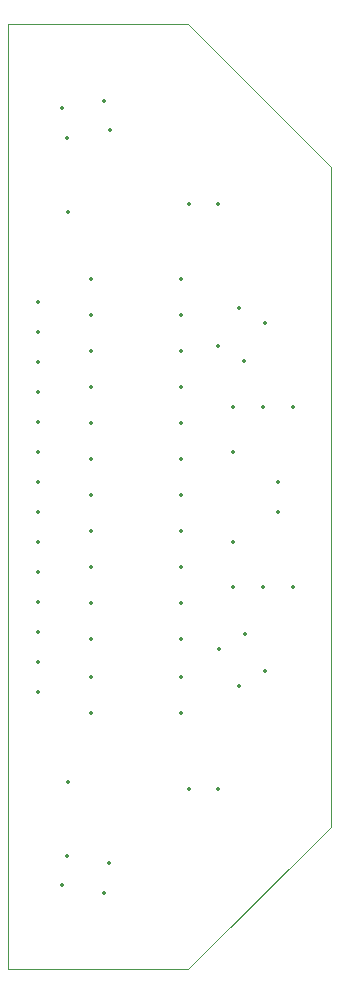
<source format=gbr>
G04 #@! TF.GenerationSoftware,KiCad,Pcbnew,9.0.1*
G04 #@! TF.CreationDate,2025-07-21T13:33:18+02:00*
G04 #@! TF.ProjectId,ukmarsbot-wall-sensor-advanced,756b6d61-7273-4626-9f74-2d77616c6c2d,rev?*
G04 #@! TF.SameCoordinates,Original*
G04 #@! TF.FileFunction,Profile,NP*
%FSLAX46Y46*%
G04 Gerber Fmt 4.6, Leading zero omitted, Abs format (unit mm)*
G04 Created by KiCad (PCBNEW 9.0.1) date 2025-07-21 13:33:18*
%MOMM*%
%LPD*%
G01*
G04 APERTURE LIST*
G04 #@! TA.AperFunction,Profile*
%ADD10C,0.050000*%
G04 #@! TD*
%ADD11C,0.350000*%
G04 APERTURE END LIST*
D10*
X139290000Y-145005000D02*
X139290000Y-64995000D01*
X166595000Y-132305000D02*
X166595000Y-132940000D01*
X166595000Y-132940000D02*
X154530000Y-145005000D01*
X154530000Y-145005000D02*
X139290000Y-145005000D01*
X166595000Y-77060000D02*
X166595000Y-132305000D01*
X154530000Y-64995000D02*
X166595000Y-77060000D01*
X139290000Y-64995000D02*
X154530000Y-64995000D01*
D11*
X144370000Y-129130000D03*
X159200000Y-93500000D03*
X157000295Y-92230000D03*
X144277127Y-74600000D03*
X143836061Y-72098588D03*
X162150000Y-106275000D03*
X162150000Y-103735000D03*
X146275000Y-92681000D03*
X153895000Y-92681000D03*
X163420000Y-112620000D03*
X160880000Y-112620000D03*
X158340000Y-112620000D03*
X157070000Y-80235000D03*
X154570000Y-80235000D03*
X157100000Y-117900000D03*
X159299705Y-116630000D03*
X146275000Y-89633000D03*
X153895000Y-89633000D03*
X143834325Y-137900000D03*
X144275391Y-135398588D03*
X146285000Y-95729000D03*
X153905000Y-95729000D03*
X146275000Y-107921000D03*
X153895000Y-107921000D03*
X146275000Y-101825000D03*
X153895000Y-101825000D03*
X146275000Y-110969000D03*
X153895000Y-110969000D03*
X146275000Y-123288000D03*
X153895000Y-123288000D03*
X146275000Y-104873000D03*
X153895000Y-104873000D03*
X163420000Y-97380000D03*
X160880000Y-97380000D03*
X158340000Y-97380000D03*
X144370000Y-80870000D03*
X153885000Y-86585000D03*
X146265000Y-86585000D03*
X146275000Y-98777000D03*
X153895000Y-98777000D03*
X158340000Y-101200000D03*
X158340000Y-108820000D03*
X146275000Y-120240000D03*
X153895000Y-120240000D03*
X146275000Y-114017000D03*
X153895000Y-114017000D03*
X146275000Y-117065000D03*
X153895000Y-117065000D03*
X157070000Y-129765000D03*
X154570000Y-129765000D03*
X147825391Y-136026588D03*
X147384325Y-138528000D03*
X158848000Y-88998000D03*
X161047705Y-90268000D03*
X147427127Y-71472000D03*
X147868193Y-73973412D03*
X161047705Y-119732000D03*
X158848000Y-121002000D03*
X141830000Y-121510000D03*
X141830000Y-118970000D03*
X141830000Y-116430000D03*
X141830000Y-113890000D03*
X141830000Y-111350000D03*
X141830000Y-108810000D03*
X141830000Y-106270000D03*
X141830000Y-103730000D03*
X141830000Y-101190000D03*
X141830000Y-98650000D03*
X141830000Y-96110000D03*
X141830000Y-93570000D03*
X141830000Y-91030000D03*
X141830000Y-88490000D03*
M02*

</source>
